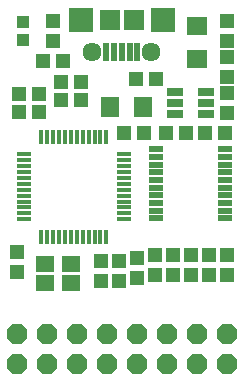
<source format=gts>
G75*
%MOIN*%
%OFA0B0*%
%FSLAX24Y24*%
%IPPOS*%
%LPD*%
%AMOC8*
5,1,8,0,0,1.08239X$1,22.5*
%
%ADD10R,0.0631X0.0533*%
%ADD11R,0.0160X0.0474*%
%ADD12R,0.0474X0.0160*%
%ADD13R,0.0513X0.0474*%
%ADD14R,0.0474X0.0513*%
%ADD15R,0.0237X0.0611*%
%ADD16R,0.0671X0.0690*%
%ADD17R,0.0789X0.0789*%
%ADD18C,0.0634*%
%ADD19R,0.0395X0.0395*%
%ADD20R,0.0470X0.0200*%
%ADD21R,0.0552X0.0297*%
%ADD22R,0.0710X0.0631*%
%ADD23R,0.0631X0.0710*%
%ADD24OC8,0.0680*%
D10*
X004286Y004250D03*
X004286Y004880D03*
X005152Y004880D03*
X005152Y004250D03*
D11*
X005153Y005777D03*
X004957Y005777D03*
X004760Y005777D03*
X004563Y005777D03*
X004366Y005777D03*
X004169Y005777D03*
X005350Y005777D03*
X005547Y005777D03*
X005744Y005777D03*
X005941Y005777D03*
X006138Y005777D03*
X006334Y005777D03*
X006334Y009123D03*
X006138Y009123D03*
X005941Y009123D03*
X005744Y009123D03*
X005547Y009123D03*
X005350Y009123D03*
X005153Y009123D03*
X004957Y009123D03*
X004760Y009123D03*
X004563Y009123D03*
X004366Y009123D03*
X004169Y009123D03*
D12*
X003579Y008533D03*
X003579Y008336D03*
X003579Y008139D03*
X003579Y007942D03*
X003579Y007745D03*
X003579Y007548D03*
X003579Y007352D03*
X003579Y007155D03*
X003579Y006958D03*
X003579Y006761D03*
X003579Y006564D03*
X003579Y006367D03*
X006925Y006367D03*
X006925Y006564D03*
X006925Y006761D03*
X006925Y006958D03*
X006925Y007155D03*
X006925Y007352D03*
X006925Y007548D03*
X006925Y007745D03*
X006925Y007942D03*
X006925Y008139D03*
X006925Y008336D03*
X006925Y008533D03*
D13*
X006917Y009250D03*
X007586Y009250D03*
X008317Y009250D03*
X008986Y009250D03*
X009617Y009250D03*
X010286Y009250D03*
X007986Y011050D03*
X007317Y011050D03*
X005486Y010950D03*
X005486Y010350D03*
X004817Y010350D03*
X004817Y010950D03*
X004886Y011650D03*
X004217Y011650D03*
X004086Y010550D03*
X004086Y009950D03*
X003417Y009950D03*
X003417Y010550D03*
D14*
X004552Y012315D03*
X004552Y012985D03*
X010352Y012985D03*
X010352Y012315D03*
X010352Y011785D03*
X010352Y011115D03*
X010352Y010585D03*
X010352Y009915D03*
X010352Y005185D03*
X009752Y005185D03*
X009752Y004515D03*
X010352Y004515D03*
X009152Y004515D03*
X008552Y004515D03*
X008552Y005185D03*
X009152Y005185D03*
X007952Y005185D03*
X007352Y005085D03*
X007952Y004515D03*
X007352Y004415D03*
X006752Y004315D03*
X006152Y004315D03*
X006152Y004985D03*
X006752Y004985D03*
X003352Y005285D03*
X003352Y004615D03*
D15*
X006340Y011932D03*
X006596Y011932D03*
X006852Y011932D03*
X007108Y011932D03*
X007364Y011932D03*
D16*
X007245Y012995D03*
X006458Y012995D03*
D17*
X005474Y012995D03*
X008230Y012995D03*
D18*
X007836Y011932D03*
X005868Y011932D03*
D19*
X003552Y012355D03*
X003552Y012945D03*
D20*
X008003Y008702D03*
X008003Y008446D03*
X008003Y008190D03*
X008003Y007934D03*
X008003Y007678D03*
X008003Y007422D03*
X008003Y007166D03*
X008003Y006910D03*
X008003Y006654D03*
X008003Y006398D03*
X010301Y006398D03*
X010301Y006654D03*
X010301Y006910D03*
X010301Y007166D03*
X010301Y007422D03*
X010301Y007678D03*
X010301Y007934D03*
X010301Y008190D03*
X010301Y008446D03*
X010301Y008702D03*
D21*
X009664Y009876D03*
X009664Y010250D03*
X009664Y010624D03*
X008640Y010624D03*
X008640Y010250D03*
X008640Y009876D03*
D22*
X009352Y011699D03*
X009352Y012801D03*
D23*
X007543Y010110D03*
X006441Y010110D03*
D24*
X003352Y001550D03*
X004352Y001550D03*
X004352Y002550D03*
X003352Y002550D03*
X005352Y002550D03*
X006352Y002550D03*
X006352Y001550D03*
X005352Y001550D03*
X007352Y001550D03*
X008352Y001550D03*
X008352Y002550D03*
X007352Y002550D03*
X009352Y002550D03*
X010352Y002550D03*
X010352Y001550D03*
X009352Y001550D03*
M02*

</source>
